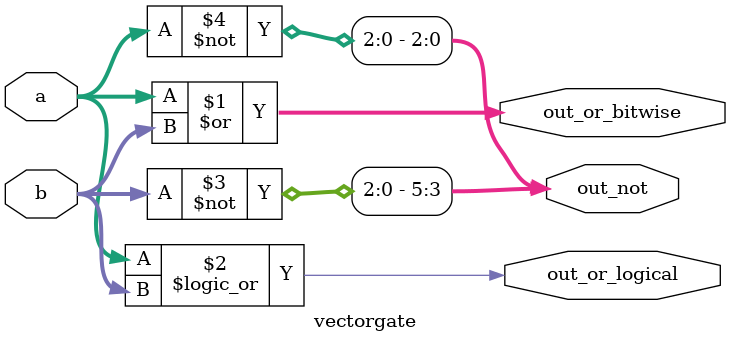
<source format=v>
module vectorgate( 
    input [2:0] a,
    input [2:0] b,
    output [2:0] out_or_bitwise,
    output out_or_logical,
    output [5:0] out_not
);
    assign out_or_bitwise [2:0] = a | b;
    assign out_or_logical = a || b;
	assign out_not[5:3] = ~(b[2:0]);
	assign out_not[2:0] = ~(a[2:0]);

endmodule

</source>
